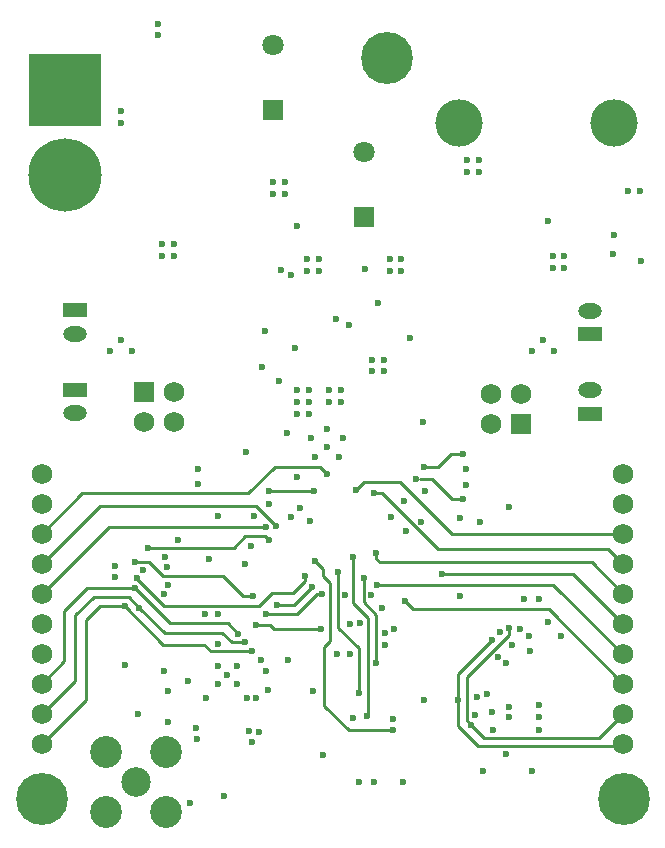
<source format=gbr>
%TF.GenerationSoftware,KiCad,Pcbnew,8.0.3-8.0.3-0~ubuntu22.04.1*%
%TF.CreationDate,2024-07-11T19:27:40-06:00*%
%TF.ProjectId,FCC_KiCAD,4643435f-4b69-4434-9144-2e6b69636164,rev?*%
%TF.SameCoordinates,Original*%
%TF.FileFunction,Copper,L4,Bot*%
%TF.FilePolarity,Positive*%
%FSLAX46Y46*%
G04 Gerber Fmt 4.6, Leading zero omitted, Abs format (unit mm)*
G04 Created by KiCad (PCBNEW 8.0.3-8.0.3-0~ubuntu22.04.1) date 2024-07-11 19:27:40*
%MOMM*%
%LPD*%
G01*
G04 APERTURE LIST*
%TA.AperFunction,ComponentPad*%
%ADD10R,2.000000X1.300000*%
%TD*%
%TA.AperFunction,ComponentPad*%
%ADD11O,2.000000X1.300000*%
%TD*%
%TA.AperFunction,ComponentPad*%
%ADD12C,4.400000*%
%TD*%
%TA.AperFunction,ComponentPad*%
%ADD13R,6.200000X6.200000*%
%TD*%
%TA.AperFunction,ComponentPad*%
%ADD14C,6.200000*%
%TD*%
%TA.AperFunction,ComponentPad*%
%ADD15C,0.600000*%
%TD*%
%TA.AperFunction,ComponentPad*%
%ADD16R,1.750000X1.750000*%
%TD*%
%TA.AperFunction,ComponentPad*%
%ADD17C,1.750000*%
%TD*%
%TA.AperFunction,ComponentPad*%
%ADD18R,1.800000X1.800000*%
%TD*%
%TA.AperFunction,ComponentPad*%
%ADD19C,1.800000*%
%TD*%
%TA.AperFunction,ComponentPad*%
%ADD20C,2.500000*%
%TD*%
%TA.AperFunction,ComponentPad*%
%ADD21C,2.700000*%
%TD*%
%TA.AperFunction,ComponentPad*%
%ADD22C,4.000000*%
%TD*%
%TA.AperFunction,ViaPad*%
%ADD23C,0.600000*%
%TD*%
%TA.AperFunction,Conductor*%
%ADD24C,0.254000*%
%TD*%
G04 APERTURE END LIST*
D10*
%TO.P,J4,1,Pin_1*%
%TO.N,/I2C + CANBUS/CAN1H*%
X128510000Y-87450000D03*
D11*
%TO.P,J4,2,Pin_2*%
%TO.N,/I2C + CANBUS/CAN1L*%
X128510000Y-89450000D03*
%TD*%
D10*
%TO.P,J5,1,Pin_1*%
%TO.N,/I2C + CANBUS/CAN1H*%
X128510000Y-94200000D03*
D11*
%TO.P,J5,2,Pin_2*%
%TO.N,/I2C + CANBUS/CAN1L*%
X128510000Y-96200000D03*
%TD*%
D10*
%TO.P,J6,1,Pin_1*%
%TO.N,/I2C + CANBUS/CAN2H*%
X172085000Y-96250000D03*
D11*
%TO.P,J6,2,Pin_2*%
%TO.N,/I2C + CANBUS/CAN2L*%
X172085000Y-94250000D03*
%TD*%
D10*
%TO.P,J7,1,Pin_1*%
%TO.N,/I2C + CANBUS/CAN2H*%
X172085000Y-89500000D03*
D11*
%TO.P,J7,2,Pin_2*%
%TO.N,/I2C + CANBUS/CAN2L*%
X172085000Y-87500000D03*
%TD*%
D12*
%TO.P,H3,1*%
%TO.N,N/C*%
X174935000Y-128860000D03*
%TD*%
D13*
%TO.P,J8,1,Pin_1*%
%TO.N,+BATT*%
X127675000Y-68850000D03*
D14*
%TO.P,J8,2,Pin_2*%
%TO.N,GND*%
X127675000Y-76050000D03*
%TD*%
D12*
%TO.P,H1,1*%
%TO.N,N/C*%
X154935000Y-66150000D03*
%TD*%
D15*
%TO.P,U2,21,PAD*%
%TO.N,GND*%
X142174800Y-117575000D03*
X140600000Y-117575000D03*
X141387400Y-118362400D03*
X142174800Y-119149800D03*
X140600000Y-119149800D03*
%TD*%
D16*
%TO.P,J2,1,Pin_1*%
%TO.N,Net-(J2-Pin_1)*%
X134300000Y-94360000D03*
D17*
%TO.P,J2,2,Pin_2*%
%TO.N,/I2C + CANBUS/CAN1H*%
X136840000Y-94360000D03*
%TO.P,J2,3,Pin_3*%
%TO.N,Net-(J2-Pin_3)*%
X134300000Y-96900000D03*
%TO.P,J2,4,Pin_4*%
%TO.N,/I2C + CANBUS/CAN1H*%
X136840000Y-96900000D03*
%TD*%
D18*
%TO.P,C31,1*%
%TO.N,+BATT*%
X145285000Y-70511800D03*
D19*
%TO.P,C31,2*%
%TO.N,GND*%
X145285000Y-65000000D03*
%TD*%
D20*
%TO.P,J1,1,In*%
%TO.N,Net-(J1-In)*%
X133685000Y-127400000D03*
D21*
%TO.P,J1,2,Ext*%
%TO.N,GND*%
X136225000Y-124860000D03*
X131145000Y-124860000D03*
X136225000Y-129940000D03*
X131145000Y-129940000D03*
%TD*%
D12*
%TO.P,H2,1*%
%TO.N,N/C*%
X125685000Y-128860000D03*
%TD*%
D18*
%TO.P,C36,1*%
%TO.N,/POWER + USB/5VDCDC*%
X152985000Y-79550000D03*
D19*
%TO.P,C36,2*%
%TO.N,GND*%
X152985000Y-74038200D03*
%TD*%
D15*
%TO.P,U9,6,GND*%
%TO.N,GND*%
X149825000Y-97550000D03*
X151175000Y-98300000D03*
X148475000Y-98300000D03*
X149825000Y-99050000D03*
%TD*%
D16*
%TO.P,J3,1,Pin_1*%
%TO.N,Net-(J3-Pin_1)*%
X166270000Y-97075000D03*
D17*
%TO.P,J3,2,Pin_2*%
%TO.N,/I2C + CANBUS/CAN2L*%
X163730000Y-97075000D03*
%TO.P,J3,3,Pin_3*%
%TO.N,Net-(J3-Pin_3)*%
X166270000Y-94535000D03*
%TO.P,J3,4,Pin_4*%
%TO.N,/I2C + CANBUS/CAN2L*%
X163730000Y-94535000D03*
%TD*%
D22*
%TO.P,J9,SH1,SHIELD1*%
%TO.N,unconnected-(J9-SHIELD1-PadSH1)*%
X174155000Y-71650000D03*
%TO.P,J9,SH2,SHIELD2*%
%TO.N,unconnected-(J9-SHIELD2-PadSH2)*%
X161015000Y-71650000D03*
%TD*%
D17*
%TO.P,J11,1,Pin_1*%
%TO.N,+3V3*%
X125685000Y-101320000D03*
%TO.P,J11,2,Pin_2*%
%TO.N,GND*%
X125685000Y-103860000D03*
%TO.P,J11,3,Pin_3*%
%TO.N,/MCU + PAYLOAD/GPIO1*%
X125685000Y-106400000D03*
%TO.P,J11,4,Pin_4*%
%TO.N,/MCU + PAYLOAD/GPIO2*%
X125685000Y-108940000D03*
%TO.P,J11,5,Pin_5*%
%TO.N,/MCU + PAYLOAD/GPIO3*%
X125685000Y-111480000D03*
%TO.P,J11,6,Pin_6*%
%TO.N,/MCU + PAYLOAD/UART_TX*%
X125685000Y-114020000D03*
%TO.P,J11,7,Pin_7*%
%TO.N,/MCU + PAYLOAD/UART_RX*%
X125685000Y-116560000D03*
%TO.P,J11,8,Pin_8*%
%TO.N,MISO*%
X125685000Y-119100000D03*
%TO.P,J11,9,Pin_9*%
%TO.N,SCLK*%
X125685000Y-121640000D03*
%TO.P,J11,10,Pin_10*%
%TO.N,MOSI*%
X125685000Y-124180000D03*
%TD*%
%TO.P,J12,1,Pin_1*%
%TO.N,+5V*%
X174885000Y-101320000D03*
%TO.P,J12,2,Pin_2*%
%TO.N,GND*%
X174885000Y-103860000D03*
%TO.P,J12,3,Pin_3*%
%TO.N,/MCU + PAYLOAD/GPIO4*%
X174885000Y-106400000D03*
%TO.P,J12,4,Pin_4*%
%TO.N,/MCU + PAYLOAD/GPIO5*%
X174885000Y-108940000D03*
%TO.P,J12,5,Pin_5*%
%TO.N,/MCU + PAYLOAD/GPIO6*%
X174885000Y-111480000D03*
%TO.P,J12,6,Pin_6*%
%TO.N,/MCU + PAYLOAD/GPIO7*%
X174885000Y-114020000D03*
%TO.P,J12,7,Pin_7*%
%TO.N,/MCU + PAYLOAD/GPIO8*%
X174885000Y-116560000D03*
%TO.P,J12,8,Pin_8*%
%TO.N,/MCU + PAYLOAD/GPIO9*%
X174885000Y-119100000D03*
%TO.P,J12,9,Pin_9*%
%TO.N,SCL*%
X174885000Y-121640000D03*
%TO.P,J12,10,Pin_10*%
%TO.N,SDA*%
X174885000Y-124180000D03*
%TD*%
D23*
%TO.N,GND*%
X176400000Y-83300000D03*
X133350000Y-90895000D03*
X141125000Y-128575000D03*
X144100000Y-123150000D03*
X144900001Y-103899999D03*
X161710049Y-75789784D03*
X167205000Y-90955000D03*
X146750000Y-84450000D03*
X150625000Y-88200000D03*
X163000000Y-126450000D03*
X161710049Y-74789784D03*
X145235000Y-77600000D03*
X153025000Y-83950000D03*
X158100000Y-102800000D03*
X162350000Y-121700000D03*
X161580000Y-100925000D03*
X153800000Y-127400000D03*
X144575000Y-89250000D03*
X142900000Y-108976999D03*
X156300000Y-127400000D03*
X139800001Y-108499999D03*
X144200000Y-117050000D03*
X146235000Y-77600000D03*
X169030000Y-90930000D03*
X155465001Y-114450000D03*
X145235000Y-76600000D03*
X143437400Y-123992400D03*
X154700000Y-114800000D03*
X153583412Y-111603300D03*
X168550000Y-113850000D03*
X148650000Y-119700000D03*
X156875000Y-89800000D03*
X155450000Y-122050000D03*
X169650000Y-115050000D03*
X136100000Y-108350000D03*
X148825000Y-99900000D03*
X152050000Y-122000000D03*
X165500000Y-115800000D03*
X164300000Y-116850000D03*
X132385000Y-70600000D03*
X167025000Y-116325000D03*
X137200000Y-106900000D03*
X144850000Y-119600000D03*
X135485000Y-64200000D03*
X146490000Y-117092400D03*
X146235000Y-76600000D03*
X164975000Y-125025000D03*
X144325000Y-92300000D03*
X167770000Y-121950000D03*
X143400001Y-107449999D03*
X157950000Y-96900000D03*
X174085000Y-82725000D03*
X146450000Y-97900000D03*
X136326079Y-110723922D03*
X138775000Y-122875000D03*
X136040000Y-111500000D03*
X162800000Y-105400000D03*
X132750000Y-117500000D03*
X131850000Y-109100002D03*
X132385000Y-71600000D03*
X154700000Y-115800000D03*
X140612400Y-113167400D03*
X151750000Y-116600000D03*
X135485000Y-63200000D03*
X143187400Y-123092400D03*
X131450000Y-90895000D03*
X175300000Y-77350000D03*
X156500000Y-106150000D03*
X167770000Y-123000000D03*
X145925000Y-84100000D03*
X176300000Y-77350000D03*
X136037400Y-118042400D03*
X163850000Y-123023000D03*
X147300000Y-101600000D03*
X140600000Y-104900000D03*
X168105000Y-90005000D03*
X167770000Y-120900000D03*
X145725000Y-93500000D03*
X164500000Y-114700000D03*
X136337400Y-119692400D03*
X148400000Y-105300000D03*
X157810000Y-105380000D03*
X167150000Y-126450000D03*
X150025000Y-95250000D03*
X150825000Y-99900000D03*
X132400000Y-89970000D03*
X142950000Y-99500000D03*
X163770000Y-121450000D03*
X163400000Y-120000000D03*
X154175000Y-86850000D03*
X152500000Y-127400000D03*
X151025000Y-94250000D03*
X147150000Y-90650000D03*
X134281644Y-109427000D03*
X150700000Y-116600000D03*
X162710049Y-74789784D03*
X151025000Y-95250000D03*
X174100000Y-81130000D03*
X168500000Y-79900000D03*
X138787400Y-123792400D03*
X150025000Y-94250000D03*
X166500000Y-111900000D03*
X136362400Y-122317400D03*
X138200000Y-129190000D03*
X139500000Y-113160000D03*
X138925000Y-102150000D03*
X162710049Y-75789784D03*
X151373000Y-111550000D03*
X133787400Y-121692400D03*
X143650000Y-104850000D03*
X151725000Y-88700000D03*
%TO.N,/POWER + USB/5VBUS_FILT*%
X155125000Y-83150000D03*
X168935000Y-83900000D03*
X156125000Y-84150000D03*
X155125000Y-84150000D03*
X169935000Y-82900000D03*
X169935000Y-83900000D03*
X168935000Y-82900000D03*
X156125000Y-83150000D03*
%TO.N,/POWER + USB/5VDCDC*%
X149125000Y-84150000D03*
X149125000Y-83150000D03*
X147285000Y-80300000D03*
X148125000Y-83150000D03*
X136885000Y-81850000D03*
X135885000Y-81850000D03*
X136885000Y-82850000D03*
X148125000Y-84150000D03*
X135885000Y-82850000D03*
%TO.N,+5V*%
X154625000Y-91650000D03*
X153625000Y-91650000D03*
X154625000Y-92650000D03*
X153625000Y-92650000D03*
%TO.N,+3V3*%
X143037400Y-120342400D03*
X156350000Y-103653356D03*
X165230000Y-104170000D03*
X161580000Y-102225000D03*
X161050000Y-105100000D03*
X138087400Y-118867400D03*
X158000000Y-120450000D03*
X155265001Y-105000000D03*
X148325000Y-95250000D03*
X167800000Y-111900000D03*
X166150000Y-114450000D03*
X140613714Y-115709905D03*
X151750000Y-114000000D03*
X148325000Y-96250000D03*
X131850000Y-110050002D03*
X147325000Y-96250000D03*
X152600000Y-113950000D03*
X144687400Y-118042400D03*
X139587400Y-120342400D03*
X143837400Y-120342400D03*
X147325000Y-95250000D03*
X164975000Y-117375000D03*
X166950000Y-115050000D03*
X165220000Y-121050000D03*
X146750000Y-104950000D03*
X147325000Y-94250000D03*
X147565001Y-104200000D03*
X165220000Y-121950000D03*
X154465001Y-112700000D03*
X148325000Y-94250000D03*
X138925000Y-100900000D03*
X149450000Y-125150000D03*
X162520000Y-120200000D03*
X136300000Y-109200000D03*
X161050000Y-111650000D03*
%TO.N,/MCU + PAYLOAD/NRST*%
X148800000Y-108699999D03*
X155450000Y-123050000D03*
%TO.N,/MCU + PAYLOAD/SWDIO*%
X152950000Y-110150000D03*
X154000000Y-117300000D03*
%TO.N,/MCU + PAYLOAD/SWCLK*%
X152000000Y-108375000D03*
X153250000Y-121800000D03*
%TO.N,/MCU + PAYLOAD/SWO*%
X152500000Y-119850000D03*
X150750000Y-109600000D03*
%TO.N,SCLK*%
X133950000Y-112650000D03*
X142850000Y-115600000D03*
%TO.N,/MCU + PAYLOAD/GPIO3*%
X144650000Y-105800000D03*
%TO.N,/MCU + PAYLOAD/GPIO1*%
X149800000Y-101350000D03*
%TO.N,/MCU + PAYLOAD/GPIO2*%
X145550000Y-105725000D03*
%TO.N,MISO*%
X133550000Y-111000000D03*
X142300000Y-114850000D03*
%TO.N,MOSI*%
X132700000Y-112525000D03*
X143500000Y-116350000D03*
%TO.N,/MCU + PAYLOAD/GPIO6*%
X154000000Y-108046698D03*
%TO.N,/MCU + PAYLOAD/GPIO4*%
X152300000Y-102650000D03*
%TO.N,SDA*%
X160950000Y-120500000D03*
X163800000Y-115400000D03*
%TO.N,/MCU + PAYLOAD/GPIO7*%
X159550000Y-109800000D03*
%TO.N,/MCU + PAYLOAD/GPIO5*%
X153800000Y-102950000D03*
%TO.N,SCL*%
X162050000Y-122550000D03*
X165250000Y-114350000D03*
%TO.N,/MCU + PAYLOAD/GPIO9*%
X156400000Y-112050000D03*
%TO.N,/MCU + PAYLOAD/GPIO8*%
X154050000Y-110700000D03*
%TO.N,ACCEL_INT*%
X134700000Y-107600000D03*
X144891324Y-106939145D03*
%TO.N,ACCEL_~{CS}*%
X143550000Y-111650000D03*
X133550000Y-108800000D03*
%TO.N,GYRO_INT*%
X147925000Y-109975000D03*
X133750000Y-110150000D03*
%TO.N,CC2500_GDO0*%
X144700000Y-113225000D03*
X149400000Y-111527000D03*
%TO.N,CC2500_~{CS}*%
X148550000Y-110900000D03*
X145600000Y-112400000D03*
%TO.N,CC2500_GDO2*%
X143850000Y-114100000D03*
X149300000Y-114480856D03*
%TO.N,CAN1_TX*%
X144900000Y-102800000D03*
X148700000Y-102800000D03*
%TO.N,CAN2_TX*%
X158000000Y-100750000D03*
X161345000Y-99675000D03*
%TO.N,CAN2_RX*%
X157400000Y-101800000D03*
X161345000Y-103475000D03*
%TD*%
D24*
%TO.N,/MCU + PAYLOAD/NRST*%
X150100000Y-115450000D02*
X149600000Y-115950000D01*
X151650000Y-123050000D02*
X155450000Y-123050000D01*
X149600000Y-121000000D02*
X151650000Y-123050000D01*
X150100000Y-110600000D02*
X150100000Y-115450000D01*
X149500000Y-109399999D02*
X149500000Y-110000000D01*
X149500000Y-110000000D02*
X150100000Y-110600000D01*
X149600000Y-115950000D02*
X149600000Y-121000000D01*
X148800000Y-108699999D02*
X149500000Y-109399999D01*
%TO.N,/MCU + PAYLOAD/SWDIO*%
X152950000Y-110150000D02*
X152956412Y-110156412D01*
X152956412Y-112206412D02*
X154000000Y-113250000D01*
X152956412Y-110156412D02*
X152956412Y-112206412D01*
X154000000Y-113250000D02*
X154000000Y-117300000D01*
%TO.N,/MCU + PAYLOAD/SWCLK*%
X153275000Y-113550000D02*
X153275000Y-121775000D01*
X153275000Y-121775000D02*
X153250000Y-121800000D01*
X152000000Y-108375000D02*
X152000000Y-112275000D01*
X152000000Y-112275000D02*
X153275000Y-113550000D01*
%TO.N,/MCU + PAYLOAD/SWO*%
X152500000Y-116100000D02*
X152500000Y-119850000D01*
X150750000Y-109600000D02*
X150746000Y-109604000D01*
X150746000Y-109604000D02*
X150746000Y-114346000D01*
X150746000Y-114346000D02*
X152500000Y-116100000D01*
%TO.N,SCLK*%
X142850000Y-115600000D02*
X141750000Y-115600000D01*
X128500000Y-118825000D02*
X125685000Y-121640000D01*
X136125000Y-114825000D02*
X133950000Y-112650000D01*
X133950000Y-112650000D02*
X133025000Y-111725000D01*
X140975000Y-114825000D02*
X136125000Y-114825000D01*
X130075000Y-111725000D02*
X128500000Y-113300000D01*
X133025000Y-111725000D02*
X130075000Y-111725000D01*
X128500000Y-113300000D02*
X128500000Y-118825000D01*
X141750000Y-115600000D02*
X140975000Y-114825000D01*
%TO.N,/MCU + PAYLOAD/GPIO3*%
X131400000Y-105800000D02*
X125720000Y-111480000D01*
X125720000Y-111480000D02*
X125685000Y-111480000D01*
X144650000Y-105800000D02*
X131400000Y-105800000D01*
%TO.N,/MCU + PAYLOAD/GPIO1*%
X149200000Y-100750000D02*
X145400000Y-100750000D01*
X143175000Y-102975000D02*
X129110000Y-102975000D01*
X129110000Y-102975000D02*
X125685000Y-106400000D01*
X145400000Y-100750000D02*
X143175000Y-102975000D01*
X149800000Y-101350000D02*
X149200000Y-100750000D01*
%TO.N,/MCU + PAYLOAD/GPIO2*%
X130600000Y-104025000D02*
X125685000Y-108940000D01*
X143850000Y-104025000D02*
X130600000Y-104025000D01*
X145550000Y-105725000D02*
X143850000Y-104025000D01*
%TO.N,MISO*%
X127600000Y-117185000D02*
X125685000Y-119100000D01*
X136525000Y-113975000D02*
X133550000Y-111000000D01*
X129500000Y-111000000D02*
X127600000Y-112900000D01*
X142300000Y-114850000D02*
X141425000Y-113975000D01*
X127600000Y-112900000D02*
X127600000Y-117185000D01*
X133550000Y-111000000D02*
X129500000Y-111000000D01*
X141425000Y-113975000D02*
X136525000Y-113975000D01*
%TO.N,MOSI*%
X143500000Y-116350000D02*
X140000000Y-116350000D01*
X132700000Y-112525000D02*
X130575000Y-112525000D01*
X140000000Y-116350000D02*
X139425000Y-115775000D01*
X129400000Y-120465000D02*
X125685000Y-124180000D01*
X130575000Y-112525000D02*
X129400000Y-113700000D01*
X129400000Y-113700000D02*
X129400000Y-120465000D01*
X135950000Y-115775000D02*
X132700000Y-112525000D01*
X139425000Y-115775000D02*
X135950000Y-115775000D01*
%TO.N,/MCU + PAYLOAD/UART_TX*%
X125780000Y-114020000D02*
X125685000Y-114020000D01*
%TO.N,/MCU + PAYLOAD/GPIO6*%
X172230000Y-108825000D02*
X174885000Y-111480000D01*
X154000000Y-108550000D02*
X154275000Y-108825000D01*
X154000000Y-108046698D02*
X154000000Y-108550000D01*
X154275000Y-108825000D02*
X172230000Y-108825000D01*
%TO.N,/MCU + PAYLOAD/GPIO4*%
X152300000Y-102650000D02*
X152950000Y-102000000D01*
X156000000Y-102000000D02*
X160400000Y-106400000D01*
X160400000Y-106400000D02*
X174885000Y-106400000D01*
X152950000Y-102000000D02*
X156000000Y-102000000D01*
%TO.N,SDA*%
X160950000Y-120500000D02*
X160950000Y-122650000D01*
X174715000Y-124350000D02*
X174885000Y-124180000D01*
X160950000Y-120500000D02*
X160950000Y-118250000D01*
X160950000Y-118250000D02*
X163800000Y-115400000D01*
X160950000Y-122650000D02*
X162650000Y-124350000D01*
X162650000Y-124350000D02*
X174715000Y-124350000D01*
%TO.N,/MCU + PAYLOAD/GPIO7*%
X170665000Y-109800000D02*
X174885000Y-114020000D01*
X159550000Y-109800000D02*
X170665000Y-109800000D01*
%TO.N,/MCU + PAYLOAD/GPIO5*%
X159200000Y-107700000D02*
X173645000Y-107700000D01*
X173645000Y-107700000D02*
X174885000Y-108940000D01*
X153800000Y-102950000D02*
X154450000Y-102950000D01*
X154450000Y-102950000D02*
X159200000Y-107700000D01*
%TO.N,SCL*%
X172875000Y-123650000D02*
X174885000Y-121640000D01*
X163150000Y-123650000D02*
X172875000Y-123650000D01*
X161650000Y-118550000D02*
X161650000Y-122150000D01*
X161650000Y-122150000D02*
X162050000Y-122550000D01*
X165250000Y-114950000D02*
X161650000Y-118550000D01*
X162050000Y-122550000D02*
X163150000Y-123650000D01*
X165250000Y-114350000D02*
X165250000Y-114950000D01*
%TO.N,/MCU + PAYLOAD/GPIO9*%
X156400000Y-112050000D02*
X157150000Y-112800000D01*
X168585000Y-112800000D02*
X174885000Y-119100000D01*
X157150000Y-112800000D02*
X168585000Y-112800000D01*
%TO.N,/MCU + PAYLOAD/GPIO8*%
X174860000Y-116560000D02*
X174885000Y-116560000D01*
X154050000Y-110700000D02*
X169000000Y-110700000D01*
X169000000Y-110700000D02*
X174860000Y-116560000D01*
%TO.N,ACCEL_INT*%
X144577179Y-106625000D02*
X142900000Y-106625000D01*
X141925000Y-107600000D02*
X134700000Y-107600000D01*
X142900000Y-106625000D02*
X141925000Y-107600000D01*
X144891324Y-106939145D02*
X144577179Y-106625000D01*
%TO.N,ACCEL_~{CS}*%
X135925000Y-109975000D02*
X134750000Y-108800000D01*
X142700000Y-111650000D02*
X141025000Y-109975000D01*
X143550000Y-111650000D02*
X142700000Y-111650000D01*
X134750000Y-108800000D02*
X133550000Y-108800000D01*
X141025000Y-109975000D02*
X135925000Y-109975000D01*
%TO.N,GYRO_INT*%
X133750000Y-110186712D02*
X133750000Y-110150000D01*
X144075000Y-112500000D02*
X136063288Y-112500000D01*
X146925000Y-111425000D02*
X145150000Y-111425000D01*
X147925000Y-109975000D02*
X147925000Y-110425000D01*
X145150000Y-111425000D02*
X144075000Y-112500000D01*
X147925000Y-110425000D02*
X146925000Y-111425000D01*
X136063288Y-112500000D02*
X133750000Y-110186712D01*
%TO.N,CC2500_GDO0*%
X147275000Y-113225000D02*
X148973000Y-111527000D01*
X148973000Y-111527000D02*
X149400000Y-111527000D01*
X144700000Y-113225000D02*
X147275000Y-113225000D01*
%TO.N,CC2500_~{CS}*%
X147050000Y-112400000D02*
X148550000Y-110900000D01*
X145600000Y-112400000D02*
X147050000Y-112400000D01*
%TO.N,CC2500_GDO2*%
X145355856Y-114480856D02*
X144975000Y-114100000D01*
X144975000Y-114100000D02*
X143850000Y-114100000D01*
X149300000Y-114480856D02*
X145355856Y-114480856D01*
%TO.N,CAN1_TX*%
X148700000Y-102800000D02*
X144900000Y-102800000D01*
%TO.N,CAN2_TX*%
X158300000Y-100750000D02*
X159250000Y-100750000D01*
X159250000Y-100750000D02*
X160325000Y-99675000D01*
X160325000Y-99675000D02*
X161345000Y-99675000D01*
%TO.N,CAN2_RX*%
X160375000Y-103475000D02*
X161345000Y-103475000D01*
X157700000Y-101800000D02*
X158700000Y-101800000D01*
X158700000Y-101800000D02*
X160375000Y-103475000D01*
%TD*%
M02*

</source>
